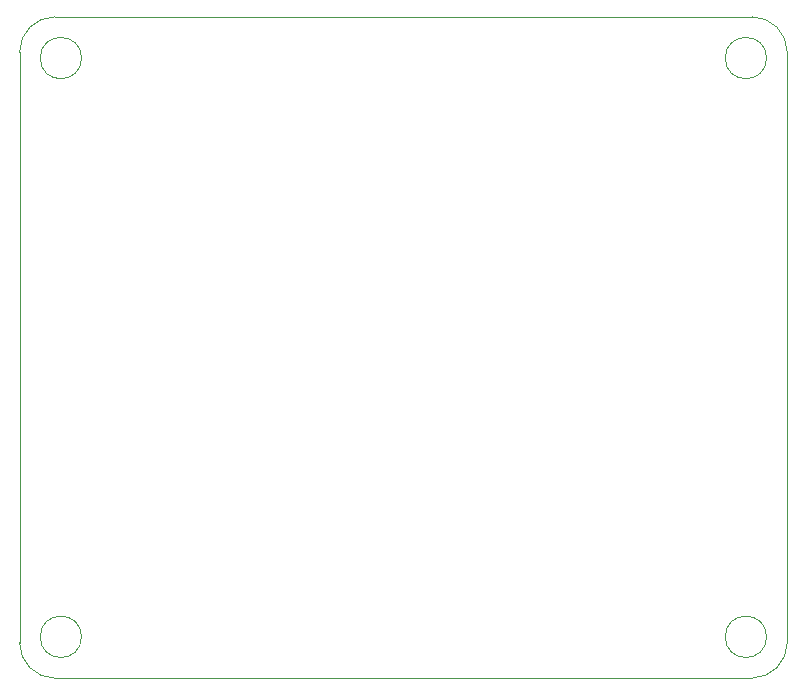
<source format=gbr>
%TF.GenerationSoftware,KiCad,Pcbnew,(5.1.6)-1*%
%TF.CreationDate,2020-10-24T11:46:20+02:00*%
%TF.ProjectId,DiaSense,44696153-656e-4736-952e-6b696361645f,rev?*%
%TF.SameCoordinates,Original*%
%TF.FileFunction,Profile,NP*%
%FSLAX46Y46*%
G04 Gerber Fmt 4.6, Leading zero omitted, Abs format (unit mm)*
G04 Created by KiCad (PCBNEW (5.1.6)-1) date 2020-10-24 11:46:20*
%MOMM*%
%LPD*%
G01*
G04 APERTURE LIST*
%TA.AperFunction,Profile*%
%ADD10C,0.050000*%
%TD*%
G04 APERTURE END LIST*
D10*
X163250000Y-47500000D02*
G75*
G03*
X163250000Y-47500000I-1750000J0D01*
G01*
X163250000Y-96500000D02*
G75*
G03*
X163250000Y-96500000I-1750000J0D01*
G01*
X105250000Y-96500000D02*
G75*
G03*
X105250000Y-96500000I-1750000J0D01*
G01*
X105250000Y-47500000D02*
G75*
G03*
X105250000Y-47500000I-1750000J0D01*
G01*
X162000000Y-44000000D02*
G75*
G02*
X165000000Y-47000000I0J-3000000D01*
G01*
X165000000Y-97000000D02*
G75*
G02*
X162000000Y-100000000I-3000000J0D01*
G01*
X103000000Y-100000000D02*
G75*
G02*
X100000000Y-97000000I0J3000000D01*
G01*
X100000000Y-47000000D02*
G75*
G02*
X103000000Y-44000000I3000000J0D01*
G01*
X165000000Y-97000000D02*
X165000000Y-47000000D01*
X100000000Y-47000000D02*
X100000000Y-97000000D01*
X103000000Y-44000000D02*
X162000000Y-44000000D01*
X103000000Y-100000000D02*
X162000000Y-100000000D01*
M02*

</source>
